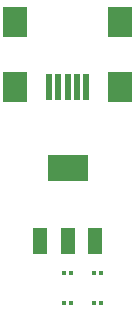
<source format=gbr>
%TF.GenerationSoftware,KiCad,Pcbnew,7.0.1*%
%TF.CreationDate,2023-09-15T15:11:26+09:00*%
%TF.ProjectId,remote emergency switch,72656d6f-7465-4206-956d-657267656e63,rev?*%
%TF.SameCoordinates,Original*%
%TF.FileFunction,Paste,Top*%
%TF.FilePolarity,Positive*%
%FSLAX46Y46*%
G04 Gerber Fmt 4.6, Leading zero omitted, Abs format (unit mm)*
G04 Created by KiCad (PCBNEW 7.0.1) date 2023-09-15 15:11:26*
%MOMM*%
%LPD*%
G01*
G04 APERTURE LIST*
%ADD10R,2.000000X2.500000*%
%ADD11R,0.500000X2.300000*%
%ADD12R,3.500000X2.200000*%
%ADD13R,1.200000X2.200000*%
%ADD14R,0.350000X0.400000*%
G04 APERTURE END LIST*
D10*
%TO.C,DEVICE0*%
X131516100Y-85103600D03*
X131516100Y-90603600D03*
X140416100Y-85103600D03*
X140416100Y-90603600D03*
D11*
X134366100Y-90623600D03*
X135166100Y-90623600D03*
X135966100Y-90623600D03*
X136766100Y-90623600D03*
X137566100Y-90623600D03*
%TD*%
D12*
%TO.C,REGYURETA0*%
X135966100Y-97453600D03*
D13*
X138316100Y-103653600D03*
X135966100Y-103653600D03*
X133616100Y-103653600D03*
%TD*%
D14*
%TO.C,C2*%
X138831100Y-108935600D03*
X138181100Y-108935600D03*
%TD*%
%TO.C,C3*%
X136291100Y-108935600D03*
X135641100Y-108935600D03*
%TD*%
%TO.C,C1*%
X138831100Y-106395600D03*
X138181100Y-106395600D03*
%TD*%
%TO.C,C4*%
X136291100Y-106395600D03*
X135641100Y-106395600D03*
%TD*%
M02*

</source>
